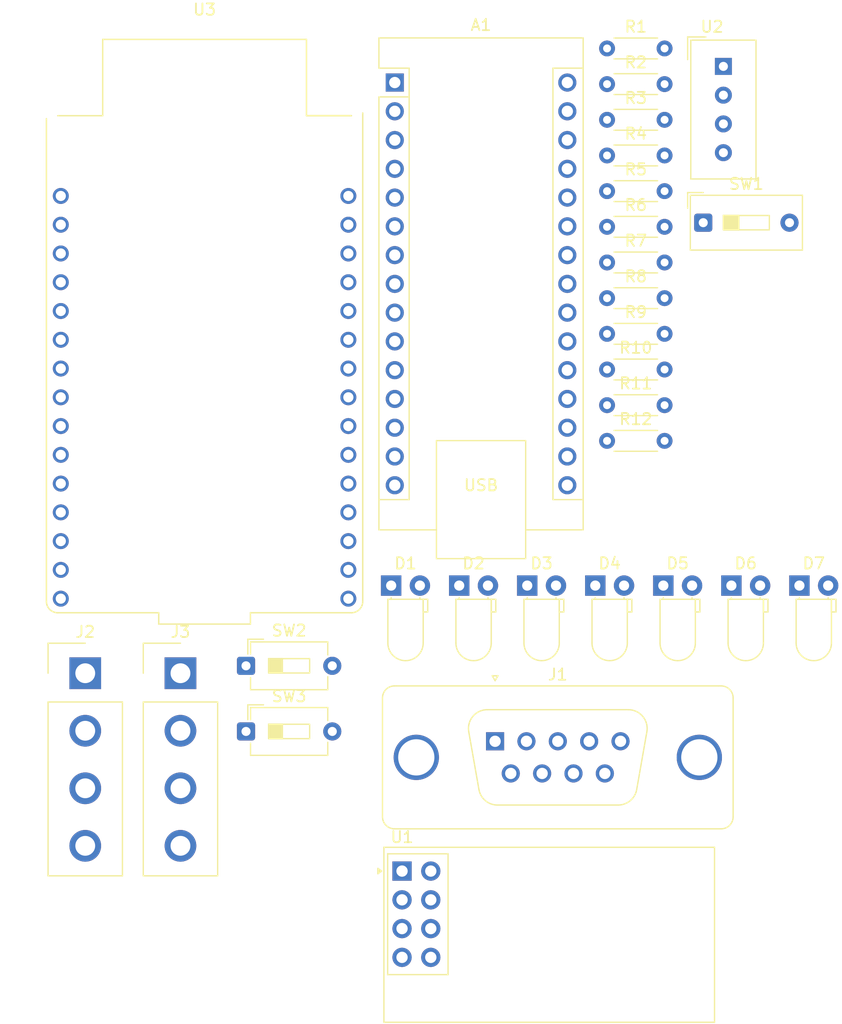
<source format=kicad_pcb>
(kicad_pcb (version 20241229) (generator "pcbnew") (generator_version "9.0")
  (layers (0 "F.Cu" signal) (2 "B.Cu" signal) (13 "F.Paste" user) (15 "B.Paste" user) (5 "F.SilkS" user "F.Silkscreen") (7 "B.SilkS" user "B.Silkscreen") (1 "F.Mask" user) (3 "B.Mask" user) (25 "Edge.Cuts" user))
  (net 0 "")
  (net 1 "3V3")
  (net 2 "GND")
  (net 3 "Net-(A1-A0)")
  (net 5 "SCL")
  (net 6 "SDA")
  (net 7 "Net-(D7-K)")
  (net 8 "Net-(D6-K)")
  (net 9 "Net-(D5-K)")
  (net 10 "Net-(D1-A)")
  (net 11 "Net-(D1-K)")
  (net 12 "Net-(D2-K)")
  (net 13 "Net-(D3-K)")
  (net 14 "Net-(D4-K)")
  (net 16 "MISO")
  (net 17 "MOSI")
  (net 18 "CSN")
  (net 19 "CE")
  (net 20 "SCK")
  (net 41 "Net-(D7-A)")
  (net 42 "Net-(D6-A)")
  (net 43 "GPIO12")
  (net 44 "GPIO27")
  (net 45 "GPIO26")
  (net 46 "GPIO25")
  (net 47 "Net-(U3-TXD0{slash}IO1)")
  (net 54 "Net-(U3-RXD0{slash}IO3)")
  (net 55 "GPIO13")
  (net 56 "GPIO14")
  (net 58 "VO11")
  (net 69 "VO12")
  (net 70 "VI11")
  (net 72 "VI12")
  (footprint "Connector_Samtec_HPM_THT:Samtec_HPM-04-01-x-S_Straight_1x04_Pitch5.08mm" (layer "F.Cu") (at 32.17 73.205)
    (property "Reference" "J3" (at 0 -3.65 0) (layer "F.SilkS"))
    (property "Value" "Conn_01x04_Socket")
    (fp_line (start -3.285 -2.65) (end 0 -2.65) (stroke (width 0.12)) (layer "F.SilkS"))
    (fp_line (start -3.285 0) (end -3.285 -2.65) (stroke (width 0.12)) (layer "F.SilkS"))
    (fp_line (start -3.285 2.54) (end -3.285 17.89) (stroke (width 0.12)) (layer "F.SilkS"))
    (fp_line (start -3.285 2.54) (end 3.285 2.54) (stroke (width 0.12)) (layer "F.SilkS"))
    (fp_line (start -3.285 17.89) (end 3.285 17.89) (stroke (width 0.12)) (layer "F.SilkS"))
    (fp_line (start 3.285 2.54) (end 3.285 17.89) (stroke (width 0.12)) (layer "F.SilkS"))
    (pad "1" thru_hole rect (at 0 0) (size 2.8 2.8) (drill 1.75) (layers "*.Cu" "*.Mask") (net 5 "SCL"))
    (pad "2" thru_hole circle (at 0 5.08) (size 2.8 2.8) (drill 1.75) (layers "*.Cu" "*.Mask") (net 6 "SDA"))
    (pad "3" thru_hole circle (at 0 10.16) (size 2.8 2.8) (drill 1.75) (layers "*.Cu" "*.Mask") (net 2 "GND"))
    (pad "4" thru_hole circle (at 0 15.24) (size 2.8 2.8) (drill 1.75) (layers "*.Cu" "*.Mask") (net 2 "GND"))
  )
  (footprint "Button_Switch_THT:SW_DIP_SPSTx01_Slide_6.7x4.1mm_W7.62mm_P2.54mm_LowProfile" (layer "F.Cu") (at 37.96 72.55)
    (property "Reference" "SW2" (at 3.81 -3.11 0) (layer "F.SilkS"))
    (property "Value" "SW_Push")
    (fp_line (start 0.16 -2.35) (end 0.16 -1.04) (stroke (width 0.12)) (layer "F.SilkS"))
    (fp_line (start 0.16 -2.35) (end 1.543 -2.35) (stroke (width 0.12)) (layer "F.SilkS"))
    (fp_line (start 0.4 -2.11) (end 0.4 -1.04) (stroke (width 0.12)) (layer "F.SilkS"))
    (fp_line (start 0.4 -2.11) (end 7.22 -2.11) (stroke (width 0.12)) (layer "F.SilkS"))
    (fp_line (start 0.4 1.04) (end 0.4 2.11) (stroke (width 0.12)) (layer "F.SilkS"))
    (fp_line (start 0.4 2.11) (end 7.22 2.11) (stroke (width 0.12)) (layer "F.SilkS"))
    (fp_line (start 3.206667 -0.635) (end 3.206667 0.635) (stroke (width 0.12)) (layer "F.SilkS"))
    (fp_line (start 7.22 -2.11) (end 7.22 -0.96) (stroke (width 0.12)) (layer "F.SilkS"))
    (fp_line (start 7.22 0.96) (end 7.22 2.11) (stroke (width 0.12)) (layer "F.SilkS"))
    (fp_rect (start 2 -0.635) (end 3.206667 0.635) (stroke (width 0.12)) (fill yes) (layer "F.SilkS"))
    (fp_rect (start 2 -0.635) (end 5.62 0.635) (stroke (width 0.12)) (fill no) (layer "F.SilkS"))
    (pad "1" thru_hole roundrect (at 0 0) (size 1.6 1.6) (drill 0.8) (layers "*.Cu" "*.Mask") (roundrect_rratio 0.15625) (net 55 "GPIO13"))
    (pad "2" thru_hole circle (at 7.62 0) (size 1.6 1.6) (drill 0.8) (layers "*.Cu" "*.Mask") (net 42 "Net-(D6-A)"))
  )
  (footprint "Resistor_THT:R_Axial_DIN0204_L3.6mm_D1.6mm_P5.08mm_Horizontal" (layer "F.Cu") (at 69.85 27.485)
    (property "Reference" "R4" (at 2.54 -1.92 0) (layer "F.SilkS"))
    (property "Value" "3.3K")
    (fp_line (start 0.62 -0.92) (end 4.46 -0.92) (stroke (width 0.12)) (layer "F.SilkS"))
    (fp_line (start 0.62 0.92) (end 4.46 0.92) (stroke (width 0.12)) (layer "F.SilkS"))
    (pad "1" thru_hole circle (at 0 0) (size 1.4 1.4) (drill 0.7) (layers "*.Cu" "*.Mask") (net 13 "Net-(D3-K)"))
    (pad "2" thru_hole oval (at 5.08 0) (size 1.4 1.4) (drill 0.7) (layers "*.Cu" "*.Mask") (net 2 "GND"))
  )
  (footprint "LED_THT:LED_D3.0mm_Horizontal_O1.27mm_Z2.0mm" (layer "F.Cu") (at 62.8 65.465)
    (property "Reference" "D3" (at 1.27 -1.96 0) (layer "F.SilkS"))
    (property "Value" "LED")
    (fp_line (start -0.29 1.21) (end -0.29 5.07) (stroke (width 0.12)) (layer "F.SilkS"))
    (fp_line (start -0.29 1.21) (end 2.83 1.21) (stroke (width 0.12)) (layer "F.SilkS"))
    (fp_line (start 0 1.08) (end 0 1.08) (stroke (width 0.12)) (layer "F.SilkS"))
    (fp_line (start 0 1.08) (end 0 1.21) (stroke (width 0.12)) (layer "F.SilkS"))
    (fp_line (start 0 1.21) (end 0 1.08) (stroke (width 0.12)) (layer "F.SilkS"))
    (fp_line (start 0 1.21) (end 0 1.21) (stroke (width 0.12)) (layer "F.SilkS"))
    (fp_line (start 2.54 1.08) (end 2.54 1.08) (stroke (width 0.12)) (layer "F.SilkS"))
    (fp_line (start 2.54 1.08) (end 2.54 1.21) (stroke (width 0.12)) (layer "F.SilkS"))
    (fp_line (start 2.54 1.21) (end 2.54 1.08) (stroke (width 0.12)) (layer "F.SilkS"))
    (fp_line (start 2.54 1.21) (end 2.54 1.21) (stroke (width 0.12)) (layer "F.SilkS"))
    (fp_line (start 2.83 1.21) (end 2.83 5.07) (stroke (width 0.12)) (layer "F.SilkS"))
    (fp_line (start 2.83 1.21) (end 3.23 1.21) (stroke (width 0.12)) (layer "F.SilkS"))
    (fp_line (start 2.83 2.33) (end 2.83 1.21) (stroke (width 0.12)) (layer "F.SilkS"))
    (fp_line (start 3.23 1.21) (end 3.23 2.33) (stroke (width 0.12)) (layer "F.SilkS"))
    (fp_line (start 3.23 2.33) (end 2.83 2.33) (stroke (width 0.12)) (layer "F.SilkS"))
    (fp_arc (start 2.83 5.07) (mid 1.27 6.63) (end -0.29 5.07) (stroke (width 0.12)) (layer "F.SilkS"))
    (pad "1" thru_hole rect (at 0 0) (size 1.8 1.8) (drill 0.9) (layers "*.Cu" "*.Mask") (net 13 "Net-(D3-K)"))
    (pad "2" thru_hole circle (at 2.54 0) (size 1.8 1.8) (drill 0.9) (layers "*.Cu" "*.Mask") (net 45 "GPIO26"))
  )
  (footprint "Resistor_THT:R_Axial_DIN0204_L3.6mm_D1.6mm_P5.08mm_Horizontal" (layer "F.Cu") (at 69.85 36.935)
    (property "Reference" "R7" (at 2.54 -1.92 0) (layer "F.SilkS"))
    (property "Value" "3.3K")
    (fp_line (start 0.62 -0.92) (end 4.46 -0.92) (stroke (width 0.12)) (layer "F.SilkS"))
    (fp_line (start 0.62 0.92) (end 4.46 0.92) (stroke (width 0.12)) (layer "F.SilkS"))
    (pad "1" thru_hole circle (at 0 0) (size 1.4 1.4) (drill 0.7) (layers "*.Cu" "*.Mask") (net 8 "Net-(D6-K)"))
    (pad "2" thru_hole oval (at 5.08 0) (size 1.4 1.4) (drill 0.7) (layers "*.Cu" "*.Mask") (net 2 "GND"))
  )
  (footprint "Resistor_THT:R_Axial_DIN0204_L3.6mm_D1.6mm_P5.08mm_Horizontal" (layer "F.Cu") (at 69.85 24.335)
    (property "Reference" "R3" (at 2.54 -1.92 0) (layer "F.SilkS"))
    (property "Value" "3.3K")
    (fp_line (start 0.62 -0.92) (end 4.46 -0.92) (stroke (width 0.12)) (layer "F.SilkS"))
    (fp_line (start 0.62 0.92) (end 4.46 0.92) (stroke (width 0.12)) (layer "F.SilkS"))
    (pad "1" thru_hole circle (at 0 0) (size 1.4 1.4) (drill 0.7) (layers "*.Cu" "*.Mask") (net 12 "Net-(D2-K)"))
    (pad "2" thru_hole oval (at 5.08 0) (size 1.4 1.4) (drill 0.7) (layers "*.Cu" "*.Mask") (net 2 "GND"))
  )
  (footprint "Resistor_THT:R_Axial_DIN0204_L3.6mm_D1.6mm_P5.08mm_Horizontal" (layer "F.Cu") (at 69.85 46.385)
    (property "Reference" "R10" (at 2.54 -1.92 0) (layer "F.SilkS"))
    (property "Value" "10K")
    (fp_line (start 0.62 -0.92) (end 4.46 -0.92) (stroke (width 0.12)) (layer "F.SilkS"))
    (fp_line (start 0.62 0.92) (end 4.46 0.92) (stroke (width 0.12)) (layer "F.SilkS"))
    (pad "1" thru_hole circle (at 0 0) (size 1.4 1.4) (drill 0.7) (layers "*.Cu" "*.Mask") (net 5 "SCL"))
    (pad "2" thru_hole oval (at 5.08 0) (size 1.4 1.4) (drill 0.7) (layers "*.Cu" "*.Mask") (net 2 "GND"))
  )
  (footprint "RF_Module:nRF24L01_Breakout" (layer "F.Cu") (at 51.741 90.675)
    (property "Reference" "U1" (at 0 -3 0) (layer "F.SilkS"))
    (property "Value" "NRF24L01_Breakout")
    (fp_line (start -1.6 -2.1) (end -1.6 -2.1) (stroke (width 0.12)) (layer "F.SilkS"))
    (fp_line (start -1.6 -2.1) (end 27.6 -2.1) (stroke (width 0.12)) (layer "F.SilkS"))
    (fp_line (start -1.6 13.35) (end -1.6 -2.1) (stroke (width 0.12)) (layer "F.SilkS"))
    (fp_line (start -1.27 -1.524) (end -1.27 -1.524) (stroke (width 0.12)) (layer "F.SilkS"))
    (fp_line (start -1.27 -1.524) (end 4.064 -1.524) (stroke (width 0.12)) (layer "F.SilkS"))
    (fp_line (start -1.27 9.144) (end -1.27 -1.524) (stroke (width 0.12)) (layer "F.SilkS"))
    (fp_line (start -1.27 9.144) (end -1.27 9.144) (stroke (width 0.12)) (layer "F.SilkS"))
    (fp_line (start 4.064 -1.524) (end 4.064 9.144) (stroke (width 0.12)) (layer "F.SilkS"))
    (fp_line (start 4.064 9.144) (end -1.27 9.144) (stroke (width 0.12)) (layer "F.SilkS"))
    (fp_line (start 27.6 -2.1) (end 27.6 13.35) (stroke (width 0.12)) (layer "F.SilkS"))
    (fp_line (start 27.6 13.35) (end -1.6 13.35) (stroke (width 0.12)) (layer "F.SilkS"))
    (fp_poly (pts (xy -1.8 0) (xy -2.136 0.24) (xy -2.136 -0.24) (xy -1.8 0)) (stroke (width 0.12)) (fill yes) (layer "F.SilkS"))
    (pad "1" thru_hole rect (at 0 0) (size 1.7 1.7) (drill 1) (layers "*.Cu" "*.Mask") (net 2 "GND"))
    (pad "2" thru_hole circle (at 2.54 0) (size 1.7 1.7) (drill 1) (layers "*.Cu" "*.Mask") (net 1 "3V3"))
    (pad "3" thru_hole circle (at 0 2.54) (size 1.7 1.7) (drill 1) (layers "*.Cu" "*.Mask") (net 19 "CE"))
    (pad "4" thru_hole circle (at 2.54 2.54) (size 1.7 1.7) (drill 1) (layers "*.Cu" "*.Mask") (net 18 "CSN"))
    (pad "5" thru_hole circle (at 0 5.08) (size 1.7 1.7) (drill 1) (layers "*.Cu" "*.Mask") (net 20 "SCK"))
    (pad "6" thru_hole circle (at 2.54 5.08) (size 1.7 1.7) (drill 1) (layers "*.Cu" "*.Mask") (net 17 "MOSI"))
    (pad "7" thru_hole circle (at 0 7.62) (size 1.7 1.7) (drill 1) (layers "*.Cu" "*.Mask") (net 16 "MISO"))
    (pad "8" thru_hole circle (at 2.54 7.62) (size 1.7 1.7) (drill 1) (layers "*.Cu" "*.Mask"))
  )
  (footprint "Button_Switch_THT:SW_DIP_SPSTx01_Slide_6.7x4.1mm_W7.62mm_P2.54mm_LowProfile" (layer "F.Cu") (at 37.96 78.345)
    (property "Reference" "SW3" (at 3.81 -3.11 0) (layer "F.SilkS"))
    (property "Value" "SW_Push")
    (fp_line (start 0.16 -2.35) (end 0.16 -1.04) (stroke (width 0.12)) (layer "F.SilkS"))
    (fp_line (start 0.16 -2.35) (end 1.543 -2.35) (stroke (width 0.12)) (layer "F.SilkS"))
    (fp_line (start 0.4 -2.11) (end 0.4 -1.04) (stroke (width 0.12)) (layer "F.SilkS"))
    (fp_line (start 0.4 -2.11) (end 7.22 -2.11) (stroke (width 0.12)) (layer "F.SilkS"))
    (fp_line (start 0.4 1.04) (end 0.4 2.11) (stroke (width 0.12)) (layer "F.SilkS"))
    (fp_line (start 0.4 2.11) (end 7.22 2.11) (stroke (width 0.12)) (layer "F.SilkS"))
    (fp_line (start 3.206667 -0.635) (end 3.206667 0.635) (stroke (width 0.12)) (layer "F.SilkS"))
    (fp_line (start 7.22 -2.11) (end 7.22 -0.96) (stroke (width 0.12)) (layer "F.SilkS"))
    (fp_line (start 7.22 0.96) (end 7.22 2.11) (stroke (width 0.12)) (layer "F.SilkS"))
    (fp_rect (start 2 -0.635) (end 3.206667 0.635) (stroke (width 0.12)) (fill yes) (layer "F.SilkS"))
    (fp_rect (start 2 -0.635) (end 5.62 0.635) (stroke (width 0.12)) (fill no) (layer "F.SilkS"))
    (pad "1" thru_hole roundrect (at 0 0) (size 1.6 1.6) (drill 0.8) (layers "*.Cu" "*.Mask") (roundrect_rratio 0.15625) (net 56 "GPIO14"))
    (pad "2" thru_hole circle (at 7.62 0) (size 1.6 1.6) (drill 0.8) (layers "*.Cu" "*.Mask") (net 41 "Net-(D7-A)"))
  )
  (footprint "Resistor_THT:R_Axial_DIN0204_L3.6mm_D1.6mm_P5.08mm_Horizontal" (layer "F.Cu") (at 69.85 30.635)
    (property "Reference" "R5" (at 2.54 -1.92 0) (layer "F.SilkS"))
    (property "Value" "3.3K")
    (fp_line (start 0.62 -0.92) (end 4.46 -0.92) (stroke (width 0.12)) (layer "F.SilkS"))
    (fp_line (start 0.62 0.92) (end 4.46 0.92) (stroke (width 0.12)) (layer "F.SilkS"))
    (pad "1" thru_hole circle (at 0 0) (size 1.4 1.4) (drill 0.7) (layers "*.Cu" "*.Mask") (net 14 "Net-(D4-K)"))
    (pad "2" thru_hole oval (at 5.08 0) (size 1.4 1.4) (drill 0.7) (layers "*.Cu" "*.Mask") (net 2 "GND"))
  )
  (footprint "Resistor_THT:R_Axial_DIN0204_L3.6mm_D1.6mm_P5.08mm_Horizontal" (layer "F.Cu") (at 69.85 43.235)
    (property "Reference" "R9" (at 2.54 -1.92 0) (layer "F.SilkS"))
    (property "Value" "10K")
    (fp_line (start 0.62 -0.92) (end 4.46 -0.92) (stroke (width 0.12)) (layer "F.SilkS"))
    (fp_line (start 0.62 0.92) (end 4.46 0.92) (stroke (width 0.12)) (layer "F.SilkS"))
    (pad "1" thru_hole circle (at 0 0) (size 1.4 1.4) (drill 0.7) (layers "*.Cu" "*.Mask") (net 6 "SDA"))
    (pad "2" thru_hole oval (at 5.08 0) (size 1.4 1.4) (drill 0.7) (layers "*.Cu" "*.Mask") (net 2 "GND"))
  )
  (footprint "Connector_Dsub:DSUB-9_Pins_Vertical_P2.77x2.84mm_MountingHoles" (layer "F.Cu") (at 59.96 79.214338)
    (property "Reference" "J1" (at 5.54 -5.89 0) (layer "F.SilkS"))
    (property "Value" "DE9_Pins")
    (fp_line (start -9.945 6.67) (end -9.945 -3.83) (stroke (width 0.12)) (layer "F.SilkS"))
    (fp_line (start -8.885 -4.89) (end 19.965 -4.89) (stroke (width 0.12)) (layer "F.SilkS"))
    (fp_line (start -2.32647 -0.841744) (end -1.427202 4.258256) (stroke (width 0.12)) (layer "F.SilkS"))
    (fp_line (start -0.691689 -2.79) (end 11.771689 -2.79) (stroke (width 0.12)) (layer "F.SilkS"))
    (fp_line (start -0.25 -5.784338) (end 0.25 -5.784338) (stroke (width 0.12)) (layer "F.SilkS"))
    (fp_line (start 0 -5.351325) (end -0.25 -5.784338) (stroke (width 0.12)) (layer "F.SilkS"))
    (fp_line (start 0.207579 5.63) (end 10.872421 5.63) (stroke (width 0.12)) (layer "F.SilkS"))
    (fp_line (start 0.25 -5.784338) (end 0 -5.351325) (stroke (width 0.12)) (layer "F.SilkS"))
    (fp_line (start 13.40647 -0.841744) (end 12.507202 4.258256) (stroke (width 0.12)) (layer "F.SilkS"))
    (fp_line (start 19.965 7.73) (end -8.885 7.73) (stroke (width 0.12)) (layer "F.SilkS"))
    (fp_line (start 21.025 -3.83) (end 21.025 6.67) (stroke (width 0.12)) (layer "F.SilkS"))
    (fp_arc (start -9.945 -3.83) (mid -9.634533 -4.579533) (end -8.885 -4.89) (stroke (width 0.12)) (layer "F.SilkS"))
    (fp_arc (start -8.885 7.73) (mid -9.634533 7.419533) (end -9.945 6.67) (stroke (width 0.12)) (layer "F.SilkS"))
    (fp_arc (start -2.32647 -0.841744) (mid -1.963323 -2.197027) (end -0.691689 -2.79) (stroke (width 0.12)) (layer "F.SilkS"))
    (fp_arc (start 0.207579 5.63) (mid -0.859449 5.241634) (end -1.427202 4.258256) (stroke (width 0.12)) (layer "F.SilkS"))
    (fp_arc (start 11.771689 -2.79) (mid 13.043323 -2.197027) (end 13.40647 -0.841744) (stroke (width 0.12)) (layer "F.SilkS"))
    (fp_arc (start 12.507202 4.258256) (mid 11.939449 5.241634) (end 10.872421 5.63) (stroke (width 0.12)) (layer "F.SilkS"))
    (fp_arc (start 19.965 -4.89) (mid 20.714533 -4.579533) (end 21.025 -3.83) (stroke (width 0.12)) (layer "F.SilkS"))
    (fp_arc (start 21.025 6.67) (mid 20.714533 7.419533) (end 19.965 7.73) (stroke (width 0.12)) (layer "F.SilkS"))
    (pad "0" thru_hole circle (at -6.96 1.42) (size 4 4) (drill 3.2) (layers "*.Cu" "*.Mask"))
    (pad "0" thru_hole circle (at 18.04 1.42) (size 4 4) (drill 3.2) (layers "*.Cu" "*.Mask"))
    (pad "1" thru_hole rect (at 0 0) (size 1.6 1.6) (drill 1) (layers "*.Cu" "*.Mask"))
    (pad "2" thru_hole circle (at 2.77 0) (size 1.6 1.6) (drill 1) (layers "*.Cu" "*.Mask") (net 54 "Net-(U3-RXD0{slash}IO3)"))
    (pad "3" thru_hole circle (at 5.54 0) (size 1.6 1.6) (drill 1) (layers "*.Cu" "*.Mask") (net 47 "Net-(U3-TXD0{slash}IO1)"))
    (pad "4" thru_hole circle (at 8.31 0) (size 1.6 1.6) (drill 1) (layers "*.Cu" "*.Mask"))
    (pad "5" thru_hole circle (at 11.08 0) (size 1.6 1.6) (drill 1) (layers "*.Cu" "*.Mask") (net 2 "GND"))
    (pad "6" thru_hole circle (at 1.385 2.84) (size 1.6 1.6) (drill 1) (layers "*.Cu" "*.Mask"))
    (pad "7" thru_hole circle (at 4.155 2.84) (size 1.6 1.6) (drill 1) (layers "*.Cu" "*.Mask"))
    (pad "8" thru_hole circle (at 6.925 2.84) (size 1.6 1.6) (drill 1) (layers "*.Cu" "*.Mask"))
    (pad "9" thru_hole circle (at 9.695 2.84) (size 1.6 1.6) (drill 1) (layers "*.Cu" "*.Mask"))
  )
  (footprint "LED_THT:LED_D3.0mm_Horizontal_O1.27mm_Z2.0mm" (layer "F.Cu") (at 80.83 65.465)
    (property "Reference" "D6" (at 1.27 -1.96 0) (layer "F.SilkS"))
    (property "Value" "LED")
    (fp_line (start -0.29 1.21) (end -0.29 5.07) (stroke (width 0.12)) (layer "F.SilkS"))
    (fp_line (start -0.29 1.21) (end 2.83 1.21) (stroke (width 0.12)) (layer "F.SilkS"))
    (fp_line (start 0 1.08) (end 0 1.08) (stroke (width 0.12)) (layer "F.SilkS"))
    (fp_line (start 0 1.08) (end 0 1.21) (stroke (width 0.12)) (layer "F.SilkS"))
    (fp_line (start 0 1.21) (end 0 1.08) (stroke (width 0.12)) (layer "F.SilkS"))
    (fp_line (start 0 1.21) (end 0 1.21) (stroke (width 0.12)) (layer "F.SilkS"))
    (fp_line (start 2.54 1.08) (end 2.54 1.08) (stroke (width 0.12)) (layer "F.SilkS"))
    (fp_line (start 2.54 1.08) (end 2.54 1.21) (stroke (width 0.12)) (layer "F.SilkS"))
    (fp_line (start 2.54 1.21) (end 2.54 1.08) (stroke (width 0.12)) (layer "F.SilkS"))
    (fp_line (start 2.54 1.21) (end 2.54 1.21) (stroke (width 0.12)) (layer "F.SilkS"))
    (fp_line (start 2.83 1.21) (end 2.83 5.07) (stroke (width 0.12)) (layer "F.SilkS"))
    (fp_line (start 2.83 1.21) (end 3.23 1.21) (stroke (width 0.12)) (layer "F.SilkS"))
    (fp_line (start 2.83 2.33) (end 2.83 1.21) (stroke (width 0.12)) (layer "F.SilkS"))
    (fp_line (start 3.23 1.21) (end 3.23 2.33) (stroke (width 0.12)) (layer "F.SilkS"))
    (fp_line (start 3.23 2.33) (end 2.83 2.33) (stroke (width 0.12)) (layer "F.SilkS"))
    (fp_arc (start 2.83 5.07) (mid 1.27 6.63) (end -0.29 5.07) (stroke (width 0.12)) (layer "F.SilkS"))
    (pad "1" thru_hole rect (at 0 0) (size 1.8 1.8) (drill 0.9) (layers "*.Cu" "*.Mask") (net 8 "Net-(D6-K)"))
    (pad "2" thru_hole circle (at 2.54 0) (size 1.8 1.8) (drill 0.9) (layers "*.Cu" "*.Mask") (net 42 "Net-(D6-A)"))
  )
  (footprint "Add_New:ESP-WROOM-32D" (layer "F.Cu") (at 34.3 43.735)
    (property "Reference" "U3" (at 0 -29.13 0) (layer "F.SilkS"))
    (property "Value" "ESP-WROOM-32D")
    (fp_line (start -13.97 23.13) (end -13.97 -19.5) (stroke (width 0.127)) (layer "F.SilkS"))
    (fp_line (start -12.97 -19.76) (end -9 -19.76) (stroke (width 0.127)) (layer "F.SilkS"))
    (fp_line (start -12.97 24.13) (end -4.05 24.13) (stroke (width 0.127)) (layer "F.SilkS"))
    (fp_line (start -9 -26.5) (end 9 -26.5) (stroke (width 0.127)) (layer "F.SilkS"))
    (fp_line (start -9 -19.76) (end -9 -26.5) (stroke (width 0.127)) (layer "F.SilkS"))
    (fp_line (start -4.05 24.13) (end -4.05 25.13) (stroke (width 0.127)) (layer "F.SilkS"))
    (fp_line (start -4.05 25.13) (end 4.05 25.13) (stroke (width 0.127)) (layer "F.SilkS"))
    (fp_line (start 4.05 24.13) (end 12.97 24.13) (stroke (width 0.127)) (layer "F.SilkS"))
    (fp_line (start 4.05 25.13) (end 4.05 24.13) (stroke (width 0.127)) (layer "F.SilkS"))
    (fp_line (start 9 -26.5) (end 9 -19.76) (stroke (width 0.127)) (layer "F.SilkS"))
    (fp_line (start 9 -19.76) (end 12.97 -19.76) (stroke (width 0.127)) (layer "F.SilkS"))
    (fp_line (start 9 -19.76) (end 12.97 -19.76) (stroke (width 0.127)) (layer "F.SilkS"))
    (fp_line (start 13.97 23.13) (end 13.97 -20) (stroke (width 0.127)) (layer "F.SilkS"))
    (fp_arc (start -12.97 24.13) (mid -13.677107 23.837107) (end -13.97 23.13) (stroke (width 0.127)) (layer "F.SilkS"))
    (fp_arc (start 13.97 23.13) (mid 13.677107 23.837107) (end 12.97 24.13) (stroke (width 0.127)) (layer "F.SilkS"))
    (pad "1" thru_hole circle (at -12.7 20.345) (size 1.408 1.408) (drill 0.9) (layers "*.Cu" "*.Mask"))
    (pad "2" thru_hole circle (at 12.7 22.885) (size 1.408 1.408) (drill 0.9) (layers "*.Cu" "*.Mask"))
    (pad "3" thru_hole circle (at -12.7 -12.675) (size 1.408 1.408) (drill 0.9) (layers "*.Cu" "*.Mask") (net 10 "Net-(D1-A)"))
    (pad "4" thru_hole circle (at -12.7 -10.135) (size 1.408 1.408) (drill 0.9) (layers "*.Cu" "*.Mask"))
    (pad "5" thru_hole circle (at -12.7 -7.595) (size 1.408 1.408) (drill 0.9) (layers "*.Cu" "*.Mask"))
    (pad "6" thru_hole circle (at -12.7 -5.055) (size 1.408 1.408) (drill 0.9) (layers "*.Cu" "*.Mask") (net 72 "VI12"))
    (pad "7" thru_hole circle (at -12.7 -2.515) (size 1.408 1.408) (drill 0.9) (layers "*.Cu" "*.Mask") (net 70 "VI11"))
    (pad "8" thru_hole circle (at -12.7 0.025) (size 1.408 1.408) (drill 0.9) (layers "*.Cu" "*.Mask") (net 69 "VO12"))
    (pad "9" thru_hole circle (at -12.7 2.565) (size 1.408 1.408) (drill 0.9) (layers "*.Cu" "*.Mask") (net 58 "VO11"))
    (pad "10" thru_hole circle (at -12.7 5.105) (size 1.408 1.408) (drill 0.9) (layers "*.Cu" "*.Mask") (net 46 "GPIO25"))
    (pad "11" thru_hole circle (at -12.7 7.645) (size 1.408 1.408) (drill 0.9) (layers "*.Cu" "*.Mask") (net 45 "GPIO26"))
    (pad "12" thru_hole circle (at -12.7 10.185) (size 1.408 1.408) (drill 0.9) (layers "*.Cu" "*.Mask") (net 44 "GPIO27"))
    (pad "13" thru_hole circle (at -12.7 12.725) (size 1.408 1.408) (drill 0.9) (layers "*.Cu" "*.Mask") (net 56 "GPIO14"))
    (pad "14" thru_hole circle (at -12.7 15.265) (size 1.408 1.408) (drill 0.9) (layers "*.Cu" "*.Mask") (net 43 "GPIO12"))
    (pad "16" thru_hole circle (at -12.7 17.805) (size 1.408 1.408) (drill 0.9) (layers "*.Cu" "*.Mask") (net 55 "GPIO13"))
    (pad "23" thru_hole circle (at 12.7 17.805) (size 1.408 1.408) (drill 0.9) (layers "*.Cu" "*.Mask"))
    (pad "24" thru_hole circle (at 12.7 15.265) (size 1.408 1.408) (drill 0.9) (layers "*.Cu" "*.Mask"))
    (pad "26" thru_hole circle (at 12.7 12.725) (size 1.408 1.408) (drill 0.9) (layers "*.Cu" "*.Mask"))
    (pad "27" thru_hole circle (at 12.7 10.185) (size 1.408 1.408) (drill 0.9) (layers "*.Cu" "*.Mask"))
    (pad "28" thru_hole circle (at 12.7 7.645) (size 1.408 1.408) (drill 0.9) (layers "*.Cu" "*.Mask"))
    (pad "29" thru_hole circle (at 12.7 5.105) (size 1.408 1.408) (drill 0.9) (layers "*.Cu" "*.Mask"))
    (pad "30" thru_hole circle (at 12.7 2.565) (size 1.408 1.408) (drill 0.9) (layers "*.Cu" "*.Mask"))
    (pad "31" thru_hole circle (at 12.7 0.025) (size 1.408 1.408) (drill 0.9) (layers "*.Cu" "*.Mask"))
    (pad "33" thru_hole circle (at 12.7 -2.515) (size 1.408 1.408) (drill 0.9) (layers "*.Cu" "*.Mask") (net 6 "SDA"))
    (pad "34" thru_hole circle (at 12.7 -5.055) (size 1.408 1.408) (drill 0.9) (layers "*.Cu" "*.Mask") (net 54 "Net-(U3-RXD0{slash}IO3)"))
    (pad "35" thru_hole circle (at 12.7 -7.595) (size 1.408 1.408) (drill 0.9) (layers "*.Cu" "*.Mask") (net 47 "Net-(U3-TXD0{slash}IO1)"))
    (pad "36" thru_hole circle (at 12.7 -10.135) (size 1.408 1.408) (drill 0.9) (layers "*.Cu" "*.Mask") (net 5 "SCL"))
    (pad "37" thru_hole circle (at 12.7 -12.675) (size 1.408 1.408) (drill 0.9) (layers "*.Cu" "*.Mask"))
    (pad "GND" thru_hole circle (at 12.7 20.345) (size 1.408 1.408) (drill 0.9) (layers "*.Cu" "*.Mask") (net 2 "GND"))
    (pad "VIN" thru_hole circle (at -12.7 22.885) (size 1.408 1.408) (drill 0.9) (layers "*.Cu" "*.Mask") (net 10 "Net-(D1-A)"))
  )
  (footprint "Resistor_THT:R_Axial_DIN0204_L3.6mm_D1.6mm_P5.08mm_Horizontal" (layer "F.Cu") (at 69.85 21.185)
    (property "Reference" "R2" (at 2.54 -1.92 0) (layer "F.SilkS"))
    (property "Value" "3.3K")
    (fp_line (start 0.62 -0.92) (end 4.46 -0.92) (stroke (width 0.12)) (layer "F.SilkS"))
    (fp_line (start 0.62 0.92) (end 4.46 0.92) (stroke (width 0.12)) (layer "F.SilkS"))
    (pad "1" thru_hole circle (at 0 0) (size 1.4 1.4) (drill 0.7) (layers "*.Cu" "*.Mask") (net 11 "Net-(D1-K)"))
    (pad "2" thru_hole oval (at 5.08 0) (size 1.4 1.4) (drill 0.7) (layers "*.Cu" "*.Mask") (net 2 "GND"))
  )
  (footprint "LED_THT:LED_D3.0mm_Horizontal_O1.27mm_Z2.0mm" (layer "F.Cu") (at 68.81 65.465)
    (property "Reference" "D4" (at 1.27 -1.96 0) (layer "F.SilkS"))
    (property "Value" "LED")
    (fp_line (start -0.29 1.21) (end -0.29 5.07) (stroke (width 0.12)) (layer "F.SilkS"))
    (fp_line (start -0.29 1.21) (end 2.83 1.21) (stroke (width 0.12)) (layer "F.SilkS"))
    (fp_line (start 0 1.08) (end 0 1.08) (stroke (width 0.12)) (layer "F.SilkS"))
    (fp_line (start 0 1.08) (end 0 1.21) (stroke (width 0.12)) (layer "F.SilkS"))
    (fp_line (start 0 1.21) (end 0 1.08) (stroke (width 0.12)) (layer "F.SilkS"))
    (fp_line (start 0 1.21) (end 0 1.21) (stroke (width 0.12)) (layer "F.SilkS"))
    (fp_line (start 2.54 1.08) (end 2.54 1.08) (stroke (width 0.12)) (layer "F.SilkS"))
    (fp_line (start 2.54 1.08) (end 2.54 1.21) (stroke (width 0.12)) (layer "F.SilkS"))
    (fp_line (start 2.54 1.21) (end 2.54 1.08) (stroke (width 0.12)) (layer "F.SilkS"))
    (fp_line (start 2.54 1.21) (end 2.54 1.21) (stroke (width 0.12)) (layer "F.SilkS"))
    (fp_line (start 2.83 1.21) (end 2.83 5.07) (stroke (width 0.12)) (layer "F.SilkS"))
    (fp_line (start 2.83 1.21) (end 3.23 1.21) (stroke (width 0.12)) (layer "F.SilkS"))
    (fp_line (start 2.83 2.33) (end 2.83 1.21) (stroke (width 0.12)) (layer "F.SilkS"))
    (fp_line (start 3.23 1.21) (end 3.23 2.33) (stroke (width 0.12)) (layer "F.SilkS"))
    (fp_line (start 3.23 2.33) (end 2.83 2.33) (stroke (width 0.12)) (layer "F.SilkS"))
    (fp_arc (start 2.83 5.07) (mid 1.27 6.63) (end -0.29 5.07) (stroke (width 0.12)) (layer "F.SilkS"))
    (pad "1" thru_hole rect (at 0 0) (size 1.8 1.8) (drill 0.9) (layers "*.Cu" "*.Mask") (net 14 "Net-(D4-K)"))
    (pad "2" thru_hole circle (at 2.54 0) (size 1.8 1.8) (drill 0.9) (layers "*.Cu" "*.Mask") (net 44 "GPIO27"))
  )
  (footprint "Button_Switch_THT:SW_DIP_SPSTx01_Slide_9.78x4.72mm_W7.62mm_P2.54mm" (layer "F.Cu") (at 78.345 33.42)
    (property "Reference" "SW1" (at 3.81 -3.42 0) (layer "F.SilkS"))
    (property "Value" "SW_DIP_x01")
    (fp_line (start -1.38 -2.66) (end -1.38 -1.277) (stroke (width 0.12)) (layer "F.SilkS"))
    (fp_line (start -1.38 -2.66) (end 0.003 -2.66) (stroke (width 0.12)) (layer "F.SilkS"))
    (fp_line (start -1.14 -2.42) (end -1.14 2.42) (stroke (width 0.12)) (layer "F.SilkS"))
    (fp_line (start -1.14 -2.42) (end 8.76 -2.42) (stroke (width 0.12)) (layer "F.SilkS"))
    (fp_line (start -1.14 2.42) (end 8.76 2.42) (stroke (width 0.12)) (layer "F.SilkS"))
    (fp_line (start 3.133333 -0.635) (end 3.133333 0.635) (stroke (width 0.12)) (layer "F.SilkS"))
    (fp_line (start 8.76 -2.42) (end 8.76 2.42) (stroke (width 0.12)) (layer "F.SilkS"))
    (fp_rect (start 1.78 -0.635) (end 3.133333 0.635) (stroke (width 0.12)) (fill yes) (layer "F.SilkS"))
    (fp_rect (start 1.78 -0.635) (end 5.84 0.635) (stroke (width 0.12)) (fill no) (layer "F.SilkS"))
    (pad "1" thru_hole roundrect (at 0 0) (size 1.6 1.6) (drill 0.8) (layers "*.Cu" "*.Mask") (roundrect_rratio 0.15625) (net 2 "GND"))
    (pad "2" thru_hole circle (at 7.62 0) (size 1.6 1.6) (drill 0.8) (layers "*.Cu" "*.Mask") (net 10 "Net-(D1-A)"))
  )
  (footprint "LED_THT:LED_D3.0mm_Horizontal_O1.27mm_Z2.0mm" (layer "F.Cu") (at 86.84 65.465)
    (property "Reference" "D7" (at 1.27 -1.96 0) (layer "F.SilkS"))
    (property "Value" "LED")
    (fp_line (start -0.29 1.21) (end -0.29 5.07) (stroke (width 0.12)) (layer "F.SilkS"))
    (fp_line (start -0.29 1.21) (end 2.83 1.21) (stroke (width 0.12)) (layer "F.SilkS"))
    (fp_line (start 0 1.08) (end 0 1.08) (stroke (width 0.12)) (layer "F.SilkS"))
    (fp_line (start 0 1.08) (end 0 1.21) (stroke (width 0.12)) (layer "F.SilkS"))
    (fp_line (start 0 1.21) (end 0 1.08) (stroke (width 0.12)) (layer "F.SilkS"))
    (fp_line (start 0 1.21) (end 0 1.21) (stroke (width 0.12)) (layer "F.SilkS"))
    (fp_line (start 2.54 1.08) (end 2.54 1.08) (stroke (width 0.12)) (layer "F.SilkS"))
    (fp_line (start 2.54 1.08) (end 2.54 1.21) (stroke (width 0.12)) (layer "F.SilkS"))
    (fp_line (start 2.54 1.21) (end 2.54 1.08) (stroke (width 0.12)) (layer "F.SilkS"))
    (fp_line (start 2.54 1.21) (end 2.54 1.21) (stroke (width 0.12)) (layer "F.SilkS"))
    (fp_line (start 2.83 1.21) (end 2.83 5.07) (stroke (width 0.12)) (layer "F.SilkS"))
    (fp_line (start 2.83 1.21) (end 3.23 1.21) (stroke (width 0.12)) (layer "F.SilkS"))
    (fp_line (start 2.83 2.33) (end 2.83 1.21) (stroke (width 0.12)) (layer "F.SilkS"))
    (fp_line (start 3.23 1.21) (end 3.23 2.33) (stroke (width 0.12)) (layer "F.SilkS"))
    (fp_line (start 3.23 2.33) (end 2.83 2.33) (stroke (width 0.12)) (layer "F.SilkS"))
    (fp_arc (start 2.83 5.07) (mid 1.27 6.63) (end -0.29 5.07) (stroke (width 0.12)) (layer "F.SilkS"))
    (pad "1" thru_hole rect (at 0 0) (size 1.8 1.8) (drill 0.9) (layers "*.Cu" "*.Mask") (net 7 "Net-(D7-K)"))
    (pad "2" thru_hole circle (at 2.54 0) (size 1.8 1.8) (drill 0.9) (layers "*.Cu" "*.Mask") (net 41 "Net-(D7-A)"))
  )
  (footprint "LED_THT:LED_D3.0mm_Horizontal_O1.27mm_Z2.0mm" (layer "F.Cu") (at 74.82 65.465)
    (property "Reference" "D5" (at 1.27 -1.96 0) (layer "F.SilkS"))
    (property "Value" "LED")
    (fp_line (start -0.29 1.21) (end -0.29 5.07) (stroke (width 0.12)) (layer "F.SilkS"))
    (fp_line (start -0.29 1.21) (end 2.83 1.21) (stroke (width 0.12)) (layer "F.SilkS"))
    (fp_line (start 0 1.08) (end 0 1.08) (stroke (width 0.12)) (layer "F.SilkS"))
    (fp_line (start 0 1.08) (end 0 1.21) (stroke (width 0.12)) (layer "F.SilkS"))
    (fp_line (start 0 1.21) (end 0 1.08) (stroke (width 0.12)) (layer "F.SilkS"))
    (fp_line (start 0 1.21) (end 0 1.21) (stroke (width 0.12)) (layer "F.SilkS"))
    (fp_line (start 2.54 1.08) (end 2.54 1.08) (stroke (width 0.12)) (layer "F.SilkS"))
    (fp_line (start 2.54 1.08) (end 2.54 1.21) (stroke (width 0.12)) (layer "F.SilkS"))
    (fp_line (start 2.54 1.21) (end 2.54 1.08) (stroke (width 0.12)) (layer "F.SilkS"))
    (fp_line (start 2.54 1.21) (end 2.54 1.21) (stroke (width 0.12)) (layer "F.SilkS"))
    (fp_line (start 2.83 1.21) (end 2.83 5.07) (stroke (width 0.12)) (layer "F.SilkS"))
    (fp_line (start 2.83 1.21) (end 3.23 1.21) (stroke (width 0.12)) (layer "F.SilkS"))
    (fp_line (start 2.83 2.33) (end 2.83 1.21) (stroke (width 0.12)) (layer "F.SilkS"))
    (fp_line (start 3.23 1.21) (end 3.23 2.33) (stroke (width 0.12)) (layer "F.SilkS"))
    (fp_line (start 3.23 2.33) (end 2.83 2.33) (stroke (width 0.12)) (layer "F.SilkS"))
    (fp_arc (start 2.83 5.07) (mid 1.27 6.63) (end -0.29 5.07) (stroke (width 0.12)) (layer "F.SilkS"))
    (pad "1" thru_hole rect (at 0 0) (size 1.8 1.8) (drill 0.9) (layers "*.Cu" "*.Mask") (net 9 "Net-(D5-K)"))
    (pad "2" thru_hole circle (at 2.54 0) (size 1.8 1.8) (drill 0.9) (layers "*.Cu" "*.Mask") (net 43 "GPIO12"))
  )
  (footprint "Resistor_THT:R_Axial_DIN0204_L3.6mm_D1.6mm_P5.08mm_Horizontal" (layer "F.Cu") (at 69.85 40.085)
    (property "Reference" "R8" (at 2.54 -1.92 0) (layer "F.SilkS"))
    (property "Value" "3.3K")
    (fp_line (start 0.62 -0.92) (end 4.46 -0.92) (stroke (width 0.12)) (layer "F.SilkS"))
    (fp_line (start 0.62 0.92) (end 4.46 0.92) (stroke (width 0.12)) (layer "F.SilkS"))
    (pad "1" thru_hole circle (at 0 0) (size 1.4 1.4) (drill 0.7) (layers "*.Cu" "*.Mask") (net 7 "Net-(D7-K)"))
    (pad "2" thru_hole oval (at 5.08 0) (size 1.4 1.4) (drill 0.7) (layers "*.Cu" "*.Mask") (net 2 "GND"))
  )
  (footprint "Resistor_THT:R_Axial_DIN0204_L3.6mm_D1.6mm_P5.08mm_Horizontal" (layer "F.Cu") (at 69.85 33.785)
    (property "Reference" "R6" (at 2.54 -1.92 0) (layer "F.SilkS"))
    (property "Value" "3.3K")
    (fp_line (start 0.62 -0.92) (end 4.46 -0.92) (stroke (width 0.12)) (layer "F.SilkS"))
    (fp_line (start 0.62 0.92) (end 4.46 0.92) (stroke (width 0.12)) (layer "F.SilkS"))
    (pad "1" thru_hole circle (at 0 0) (size 1.4 1.4) (drill 0.7) (layers "*.Cu" "*.Mask") (net 9 "Net-(D5-K)"))
    (pad "2" thru_hole oval (at 5.08 0) (size 1.4 1.4) (drill 0.7) (layers "*.Cu" "*.Mask") (net 2 "GND"))
  )
  (footprint "Module:Arduino_Nano" (layer "F.Cu") (at 51.1 21.045)
    (property "Reference" "A1" (at 7.62 -5.08 0) (layer "F.SilkS"))
    (property "Value" "Arduino_Nano_v2.x")
    (fp_line (start -1.4 -3.94) (end -1.4 -1.27) (stroke (width 0.12)) (layer "F.SilkS"))
    (fp_line (start -1.4 1.27) (end -1.4 39.5) (stroke (width 0.12)) (layer "F.SilkS"))
    (fp_line (start -1.4 39.5) (end 3.68 39.5) (stroke (width 0.12)) (layer "F.SilkS"))
    (fp_line (start 1.27 -1.27) (end -1.4 -1.27) (stroke (width 0.12)) (layer "F.SilkS"))
    (fp_line (start 1.27 1.27) (end -1.4 1.27) (stroke (width 0.12)) (layer "F.SilkS"))
    (fp_line (start 1.27 1.27) (end 1.27 -1.27) (stroke (width 0.12)) (layer "F.SilkS"))
    (fp_line (start 1.27 1.27) (end 1.27 36.83) (stroke (width 0.12)) (layer "F.SilkS"))
    (fp_line (start 1.27 36.83) (end -1.4 36.83) (stroke (width 0.12)) (layer "F.SilkS"))
    (fp_line (start 3.68 31.62) (end 11.56 31.62) (stroke (width 0.12)) (layer "F.SilkS"))
    (fp_line (start 3.68 42.04) (end 3.68 31.62) (stroke (width 0.12)) (layer "F.SilkS"))
    (fp_line (start 11.56 31.62) (end 11.56 42.04) (stroke (width 0.12)) (layer "F.SilkS"))
    (fp_line (start 11.56 42.04) (end 3.68 42.04) (stroke (width 0.12)) (layer "F.SilkS"))
    (fp_line (start 13.97 -1.27) (end 13.97 36.83) (stroke (width 0.12)) (layer "F.SilkS"))
    (fp_line (start 13.97 -1.27) (end 16.64 -1.27) (stroke (width 0.12)) (layer "F.SilkS"))
    (fp_line (start 13.97 36.83) (end 16.64 36.83) (stroke (width 0.12)) (layer "F.SilkS"))
    (fp_line (start 16.64 -3.94) (end -1.4 -3.94) (stroke (width 0.12)) (layer "F.SilkS"))
    (fp_line (start 16.64 39.5) (end 11.56 39.5) (stroke (width 0.12)) (layer "F.SilkS"))
    (fp_line (start 16.64 39.5) (end 16.64 -3.94) (stroke (width 0.12)) (layer "F.SilkS"))
    (fp_text user "USB" (at 7.62 35.56 0) (layer "F.SilkS"))
    (pad "1" thru_hole rect (at 0 0) (size 1.6 1.6) (drill 1) (layers "*.Cu" "*.Mask"))
    (pad "2" thru_hole oval (at 0 2.54) (size 1.6 1.6) (drill 1) (layers "*.Cu" "*.Mask"))
    (pad "3" thru_hole oval (at 0 5.08) (size 1.6 1.6) (drill 1) (layers "*.Cu" "*.Mask"))
    (pad "4" thru_hole oval (at 0 7.62) (size 1.6 1.6) (drill 1) (layers "*.Cu" "*.Mask") (net 2 "GND"))
    (pad "5" thru_hole oval (at 0 10.16) (size 1.6 1.6) (drill 1) (layers "*.Cu" "*.Mask"))
    (pad "6" thru_hole oval (at 0 12.7) (size 1.6 1.6) (drill 1) (layers "*.Cu" "*.Mask"))
    (pad "7" thru_hole oval (at 0 15.24) (size 1.6 1.6) (drill 1) (layers "*.Cu" "*.Mask"))
    (pad "8" thru_hole oval (at 0 17.78) (size 1.6 1.6) (drill 1) (layers "*.Cu" "*.Mask"))
    (pad "9" thru_hole oval (at 0 20.32) (size 1.6 1.6) (drill 1) (layers "*.Cu" "*.Mask"))
    (pad "10" thru_hole oval (at 0 22.86) (size 1.6 1.6) (drill 1) (layers "*.Cu" "*.Mask"))
    (pad "11" thru_hole oval (at 0 25.4) (size 1.6 1.6) (drill 1) (layers "*.Cu" "*.Mask"))
    (pad "12" thru_hole oval (at 0 27.94) (size 1.6 1.6) (drill 1) (layers "*.Cu" "*.Mask") (net 19 "CE"))
    (pad "13" thru_hole oval (at 0 30.48) (size 1.6 1.6) (drill 1) (layers "*.Cu" "*.Mask") (net 18 "CSN"))
    (pad "14" thru_hole oval (at 0 33.02) (size 1.6 1.6) (drill 1) (layers "*.Cu" "*.Mask") (net 17 "MOSI"))
    (pad "15" thru_hole oval (at 0 35.56) (size 1.6 1.6) (drill 1) (layers "*.Cu" "*.Mask") (net 16 "MISO"))
    (pad "16" thru_hole oval (at 15.24 35.56) (size 1.6 1.6) (drill 1) (layers "*.Cu" "*.Mask") (net 20 "SCK"))
    (pad "17" thru_hole oval (at 15.24 33.02) (size 1.6 1.6) (drill 1) (layers "*.Cu" "*.Mask") (net 1 "3V3"))
    (pad "18" thru_hole oval (at 15.24 30.48) (size 1.6 1.6) (drill 1) (layers "*.Cu" "*.Mask"))
    (pad "19" thru_hole oval (at 15.24 27.94) (size 1.6 1.6) (drill 1) (layers "*.Cu" "*.Mask") (net 3 "Net-(A1-A0)"))
    (pad "20" thru_hole oval (at 15.24 25.4) (size 1.6 1.6) (drill 1) (layers "*.Cu" "*.Mask"))
    (pad "21" thru_hole oval (at 15.24 22.86) (size 1.6 1.6) (drill 1) (layers "*.Cu" "*.Mask"))
    (pad "22" thru_hole oval (at 15.24 20.32) (size 1.6 1.6) (drill 1) (layers "*.Cu" "*.Mask"))
    (pad "23" thru_hole oval (at 15.24 17.78) (size 1.6 1.6) (drill 1) (layers "*.Cu" "*.Mask"))
    (pad "24" thru_hole oval (at 15.24 15.24) (size 1.6 1.6) (drill 1) (layers "*.Cu" "*.Mask"))
    (pad "25" thru_hole oval (at 15.24 12.7) (size 1.6 1.6) (drill 1) (layers "*.Cu" "*.Mask"))
    (pad "26" thru_hole oval (at 15.24 10.16) (size 1.6 1.6) (drill 1) (layers "*.Cu" "*.Mask"))
    (pad "27" thru_hole oval (at 15.24 7.62) (size 1.6 1.6) (drill 1) (layers "*.Cu" "*.Mask") (net 2 "GND"))
    (pad "28" thru_hole oval (at 15.24 5.08) (size 1.6 1.6) (drill 1) (layers "*.Cu" "*.Mask"))
    (pad "29" thru_hole oval (at 15.24 2.54) (size 1.6 1.6) (drill 1) (layers "*.Cu" "*.Mask") (net 2 "GND"))
    (pad "30" thru_hole oval (at 15.24 0) (size 1.6 1.6) (drill 1) (layers "*.Cu" "*.Mask"))
  )
  (footprint "Resistor_THT:R_Axial_DIN0204_L3.6mm_D1.6mm_P5.08mm_Horizontal" (layer "F.Cu") (at 69.85 52.685)
    (property "Reference" "R12" (at 2.54 -1.92 0) (layer "F.SilkS"))
    (property "Value" "10K")
    (fp_line (start 0.62 -0.92) (end 4.46 -0.92) (stroke (width 0.12)) (layer "F.SilkS"))
    (fp_line (start 0.62 0.92) (end 4.46 0.92) (stroke (width 0.12)) (layer "F.SilkS"))
    (pad "1" thru_hole circle (at 0 0) (size 1.4 1.4) (drill 0.7) (layers "*.Cu" "*.Mask") (net 5 "SCL"))
    (pad "2" thru_hole oval (at 5.08 0) (size 1.4 1.4) (drill 0.7) (layers "*.Cu" "*.Mask") (net 2 "GND"))
  )
  (footprint "LED_THT:LED_D3.0mm_Horizontal_O1.27mm_Z2.0mm" (layer "F.Cu") (at 50.78 65.465)
    (property "Reference" "D1" (at 1.27 -1.96 0) (layer "F.SilkS"))
    (property "Value" "LED")
    (fp_line (start -0.29 1.21) (end -0.29 5.07) (stroke (width 0.12)) (layer "F.SilkS"))
    (fp_line (start -0.29 1.21) (end 2.83 1.21) (stroke (width 0.12)) (layer "F.SilkS"))
    (fp_line (start 0 1.08) (end 0 1.08) (stroke (width 0.12)) (layer "F.SilkS"))
    (fp_line (start 0 1.08) (end 0 1.21) (stroke (width 0.12)) (layer "F.SilkS"))
    (fp_line (start 0 1.21) (end 0 1.08) (stroke (width 0.12)) (layer "F.SilkS"))
    (fp_line (start 0 1.21) (end 0 1.21) (stroke (width 0.12)) (layer "F.SilkS"))
    (fp_line (start 2.54 1.08) (end 2.54 1.08) (stroke (width 0.12)) (layer "F.SilkS"))
    (fp_line (start 2.54 1.08) (end 2.54 1.21) (stroke (width 0.12)) (layer "F.SilkS"))
    (fp_line (start 2.54 1.21) (end 2.54 1.08) (stroke (width 0.12)) (layer "F.SilkS"))
    (fp_line (start 2.54 1.21) (end 2.54 1.21) (stroke (width 0.12)) (layer "F.SilkS"))
    (fp_line (start 2.83 1.21) (end 2.83 5.07) (stroke (width 0.12)) (layer "F.SilkS"))
    (fp_line (start 2.83 1.21) (end 3.23 1.21) (stroke (width 0.12)) (layer "F.SilkS"))
    (fp_line (start 2.83 2.33) (end 2.83 1.21) (stroke (width 0.12)) (layer "F.SilkS"))
    (fp_line (start 3.23 1.21) (end 3.23 2.33) (stroke (width 0.12)) (layer "F.SilkS"))
    (fp_line (start 3.23 2.33) (end 2.83 2.33) (stroke (width 0.12)) (layer "F.SilkS"))
    (fp_arc (start 2.83 5.07) (mid 1.27 6.63) (end -0.29 5.07) (stroke (width 0.12)) (layer "F.SilkS"))
    (pad "1" thru_hole rect (at 0 0) (size 1.8 1.8) (drill 0.9) (layers "*.Cu" "*.Mask") (net 11 "Net-(D1-K)"))
    (pad "2" thru_hole circle (at 2.54 0) (size 1.8 1.8) (drill 0.9) (layers "*.Cu" "*.Mask") (net 10 "Net-(D1-A)"))
  )
  (footprint "LED_THT:LED_D3.0mm_Horizontal_O1.27mm_Z2.0mm" (layer "F.Cu") (at 56.79 65.465)
    (property "Reference" "D2" (at 1.27 -1.96 0) (layer "F.SilkS"))
    (property "Value" "LED")
    (fp_line (start -0.29 1.21) (end -0.29 5.07) (stroke (width 0.12)) (layer "F.SilkS"))
    (fp_line (start -0.29 1.21) (end 2.83 1.21) (stroke (width 0.12)) (layer "F.SilkS"))
    (fp_line (start 0 1.08) (end 0 1.08) (stroke (width 0.12)) (layer "F.SilkS"))
    (fp_line (start 0 1.08) (end 0 1.21) (stroke (width 0.12)) (layer "F.SilkS"))
    (fp_line (start 0 1.21) (end 0 1.08) (stroke (width 0.12)) (layer "F.SilkS"))
    (fp_line (start 0 1.21) (end 0 1.21) (stroke (width 0.12)) (layer "F.SilkS"))
    (fp_line (start 2.54 1.08) (end 2.54 1.08) (stroke (width 0.12)) (layer "F.SilkS"))
    (fp_line (start 2.54 1.08) (end 2.54 1.21) (stroke (width 0.12)) (layer "F.SilkS"))
    (fp_line (start 2.54 1.21) (end 2.54 1.08) (stroke (width 0.12)) (layer "F.SilkS"))
    (fp_line (start 2.54 1.21) (end 2.54 1.21) (stroke (width 0.12)) (layer "F.SilkS"))
    (fp_line (start 2.83 1.21) (end 2.83 5.07) (stroke (width 0.12)) (layer "F.SilkS"))
    (fp_line (start 2.83 1.21) (end 3.23 1.21) (stroke (width 0.12)) (layer "F.SilkS"))
    (fp_line (start 2.83 2.33) (end 2.83 1.21) (stroke (width 0.12)) (layer "F.SilkS"))
    (fp_line (start 3.23 1.21) (end 3.23 2.33) (stroke (width 0.12)) (layer "F.SilkS"))
    (fp_line (start 3.23 2.33) (end 2.83 2.33) (stroke (width 0.12)) (layer "F.SilkS"))
    (fp_arc (start 2.83 5.07) (mid 1.27 6.63) (end -0.29 5.07) (stroke (width 0.12)) (layer "F.SilkS"))
    (pad "1" thru_hole rect (at 0 0) (size 1.8 1.8) (drill 0.9) (layers "*.Cu" "*.Mask") (net 12 "Net-(D2-K)"))
    (pad "2" thru_hole circle (at 2.54 0) (size 1.8 1.8) (drill 0.9) (layers "*.Cu" "*.Mask") (net 46 "GPIO25"))
  )
  (footprint "Sensor:Aosong_DHT11_5.5x12.0_P2.54mm" (layer "F.Cu") (at 80.125 19.62)
    (property "Reference" "U2" (at -1 -3.5 0) (layer "F.SilkS"))
    (property "Value" "DHT11")
    (fp_line (start -3.16 -2.6) (end -3.16 -0.6) (stroke (width 0.12)) (layer "F.SilkS"))
    (fp_line (start -3.16 -2.6) (end -1.55 -2.6) (stroke (width 0.12)) (layer "F.SilkS"))
    (fp_line (start -2.88 9.94) (end -2.88 -2.31) (stroke (width 0.12)) (layer "F.SilkS"))
    (fp_line (start -2.87 -2.32) (end 2.87 -2.32) (stroke (width 0.12)) (layer "F.SilkS"))
    (fp_line (start 2.88 -2.32) (end 2.88 9.94) (stroke (width 0.12)) (layer "F.SilkS"))
    (fp_line (start 2.88 9.94) (end -2.88 9.94) (stroke (width 0.12)) (layer "F.SilkS"))
    (pad "1" thru_hole rect (at 0 0) (size 1.5 1.5) (drill 0.8) (layers "*.Cu" "*.Mask") (net 1 "3V3"))
    (pad "2" thru_hole circle (at 0 2.54) (size 1.5 1.5) (drill 0.8) (layers "*.Cu" "*.Mask") (net 3 "Net-(A1-A0)"))
    (pad "3" thru_hole circle (at 0 5.08) (size 1.5 1.5) (drill 0.8) (layers "*.Cu" "*.Mask"))
    (pad "4" thru_hole circle (at 0 7.62) (size 1.5 1.5) (drill 0.8) (layers "*.Cu" "*.Mask") (net 2 "GND"))
  )
  (footprint "Resistor_THT:R_Axial_DIN0204_L3.6mm_D1.6mm_P5.08mm_Horizontal" (layer "F.Cu") (at 69.85 49.535)
    (property "Reference" "R11" (at 2.54 -1.92 0) (layer "F.SilkS"))
    (property "Value" "10K")
    (fp_line (start 0.62 -0.92) (end 4.46 -0.92) (stroke (width 0.12)) (layer "F.SilkS"))
    (fp_line (start 0.62 0.92) (end 4.46 0.92) (stroke (width 0.12)) (layer "F.SilkS"))
    (pad "1" thru_hole circle (at 0 0) (size 1.4 1.4) (drill 0.7) (layers "*.Cu" "*.Mask") (net 6 "SDA"))
    (pad "2" thru_hole oval (at 5.08 0) (size 1.4 1.4) (drill 0.7) (layers "*.Cu" "*.Mask") (net 2 "GND"))
  )
  (footprint "Resistor_THT:R_Axial_DIN0204_L3.6mm_D1.6mm_P5.08mm_Horizontal" (layer "F.Cu") (at 69.85 18.035)
    (property "Reference" "R1" (at 2.54 -1.92 0) (layer "F.SilkS"))
    (property "Value" "10K")
    (fp_line (start 0.62 -0.92) (end 4.46 -0.92) (stroke (width 0.12)) (layer "F.SilkS"))
    (fp_line (start 0.62 0.92) (end 4.46 0.92) (stroke (width 0.12)) (layer "F.SilkS"))
    (pad "1" thru_hole circle (at 0 0) (size 1.4 1.4) (drill 0.7) (layers "*.Cu" "*.Mask") (net 2 "GND"))
    (pad "2" thru_hole oval (at 5.08 0) (size 1.4 1.4) (drill 0.7) (layers "*.Cu" "*.Mask") (net 10 "Net-(D1-A)"))
  )
  (footprint "Connector_Samtec_HPM_THT:Samtec_HPM-04-01-x-S_Straight_1x04_Pitch5.08mm" (layer "F.Cu") (at 23.76 73.205)
    (property "Reference" "J2" (at 0 -3.65 0) (layer "F.SilkS"))
    (property "Value" "Conn_01x04_Socket")
    (fp_line (start -3.285 -2.65) (end 0 -2.65) (stroke (width 0.12)) (layer "F.SilkS"))
    (fp_line (start -3.285 0) (end -3.285 -2.65) (stroke (width 0.12)) (layer "F.SilkS"))
    (fp_line (start -3.285 2.54) (end -3.285 17.89) (stroke (width 0.12)) (layer "F.SilkS"))
    (fp_line (start -3.285 2.54) (end 3.285 2.54) (stroke (width 0.12)) (layer "F.SilkS"))
    (fp_line (start -3.285 17.89) (end 3.285 17.89) (stroke (width 0.12)) (layer "F.SilkS"))
    (fp_line (start 3.285 2.54) (end 3.285 17.89) (stroke (width 0.12)) (layer "F.SilkS"))
    (pad "1" thru_hole rect (at 0 0) (size 2.8 2.8) (drill 1.75) (layers "*.Cu" "*.Mask") (net 5 "SCL"))
    (pad "2" thru_hole circle (at 0 5.08) (size 2.8 2.8) (drill 1.75) (layers "*.Cu" "*.Mask") (net 6 "SDA"))
    (pad "3" thru_hole circle (at 0 10.16) (size 2.8 2.8) (drill 1.75) (layers "*.Cu" "*.Mask") (net 2 "GND"))
    (pad "4" thru_hole circle (at 0 15.24) (size 2.8 2.8) (drill 1.75) (layers "*.Cu" "*.Mask") (net 2 "GND"))
  )
)
</source>
